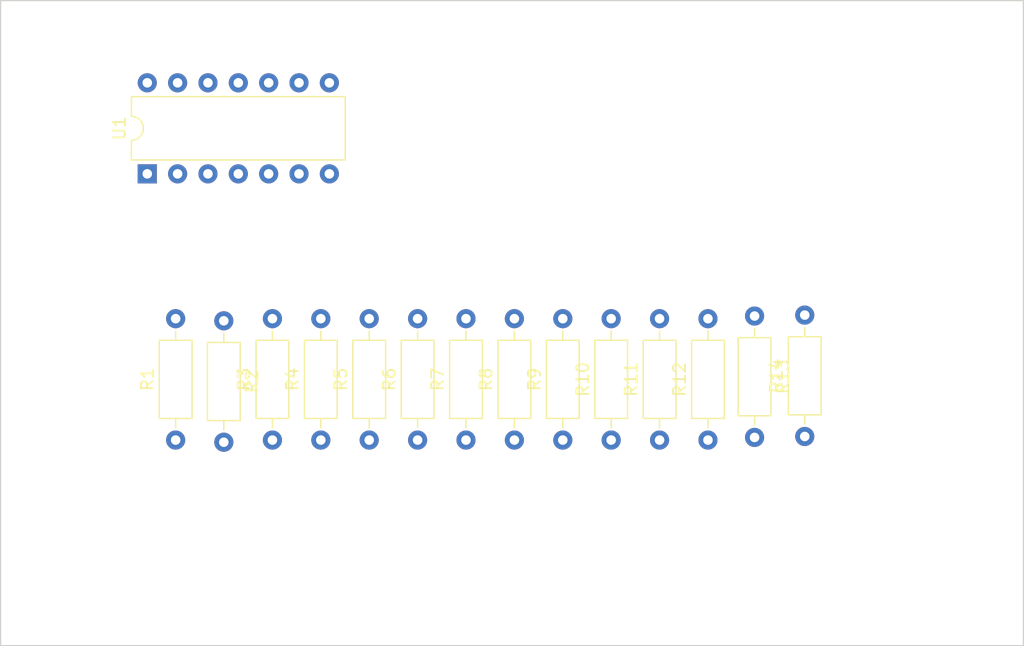
<source format=kicad_pcb>
(kicad_pcb (version 20221018) (generator pcbnew)
  (layers (0 "F.Cu" signal) (31 "B.Cu" signal) (34 "B.Paste" user) (35 "F.Paste" user) (36 "B.SilkS" user "B.Silkscreen") (37 "F.SilkS" user "F.Silkscreen") (38 "B.Mask" user) (39 "F.Mask" user) (44 "Edge.Cuts" user))
  (net 0 "")
  (net 1 "Net-(C1-Pad1)")
  (net 2 "Net-(J1-Pin_1)")
  (net 3 "Net-(J2-Pin_1)")
  (net 4 "Net-(J3-Pin_1)")
  (net 5 "Net-(J4-Pin_1)")
  (net 6 "Net-(J5-Pin_1)")
  (net 7 "Net-(J6-Pin_1)")
  (net 8 "Net-(J7-Pin_1)")
  (net 9 "Net-(J8-Pin_1)")
  (net 10 "Net-(J9-Pin_1)")
  (net 11 "Net-(J10-Pin_1)")
  (net 12 "Net-(J11-Pin_1)")
  (net 13 "Net-(J12-Pin_1)")
  (net 14 "Net-(J13-Pin_1)")
  (net 15 "Net-(J14-Pin_1)")
  (net 16 "Net-(J15-Pin_1)")
  (net 17 "Net-(U1-Pad11)")
  (net 18 "Net-(LS1-Pad1)")
  (net 19 "GND")
  (net 20 "Net-(LS1-Pad2)")
  (net 21 "VCC")
  (footprint "Resistor_THT:R_Axial_DIN0207_L6.3mm_D2.5mm_P10.16mm_Horizontal" (layer "F.Cu") (at 122.75 136.78 90)
    (fp_text reference "R3" (at 5.08 -2.37 90) (layer "F.SilkS"))
    (fp_text value "R")
    (fp_line (start 1.04 0) (end 1.81 0) (stroke (width 0.12)) (layer "F.SilkS"))
    (fp_line (start 1.81 -1.37) (end 1.81 1.37) (stroke (width 0.12)) (layer "F.SilkS"))
    (fp_line (start 1.81 1.37) (end 8.35 1.37) (stroke (width 0.12)) (layer "F.SilkS"))
    (fp_line (start 8.35 -1.37) (end 1.81 -1.37) (stroke (width 0.12)) (layer "F.SilkS"))
    (fp_line (start 8.35 1.37) (end 8.35 -1.37) (stroke (width 0.12)) (layer "F.SilkS"))
    (fp_line (start 9.12 0) (end 8.35 0) (stroke (width 0.12)) (layer "F.SilkS"))
    (pad "1" thru_hole circle (at 0 0 90) (size 1.6 1.6) (drill 0.8) (layers "*.Cu" "*.Mask") (net 3 "Net-(J2-Pin_1)"))
    (pad "2" thru_hole oval (at 10.16 0 90) (size 1.6 1.6) (drill 0.8) (layers "*.Cu" "*.Mask") (net 4 "Net-(J3-Pin_1)"))
  )
  (footprint "Package_DIP:DIP-14_W7.62mm" (layer "F.Cu") (at 112.275 114.5 90)
    (fp_text reference "U1" (at 3.81 -2.33 90) (layer "F.SilkS"))
    (fp_text value "74HC14")
    (fp_line (start 1.16 -1.33) (end 1.16 16.57) (stroke (width 0.12)) (layer "F.SilkS"))
    (fp_line (start 1.16 16.57) (end 6.46 16.57) (stroke (width 0.12)) (layer "F.SilkS"))
    (fp_line (start 2.81 -1.33) (end 1.16 -1.33) (stroke (width 0.12)) (layer "F.SilkS"))
    (fp_line (start 6.46 -1.33) (end 4.81 -1.33) (stroke (width 0.12)) (layer "F.SilkS"))
    (fp_line (start 6.46 16.57) (end 6.46 -1.33) (stroke (width 0.12)) (layer "F.SilkS"))
    (fp_arc (start 4.81 -1.33) (mid 3.81 -0.33) (end 2.81 -1.33) (stroke (width 0.12)) (layer "F.SilkS"))
    (pad "1" thru_hole rect (at 0 0 90) (size 1.6 1.6) (drill 0.8) (layers "*.Cu" "*.Mask") (net 1 "Net-(C1-Pad1)"))
    (pad "2" thru_hole oval (at 0 2.54 90) (size 1.6 1.6) (drill 0.8) (layers "*.Cu" "*.Mask") (net 16 "Net-(J15-Pin_1)"))
    (pad "3" thru_hole oval (at 0 5.08 90) (size 1.6 1.6) (drill 0.8) (layers "*.Cu" "*.Mask") (net 16 "Net-(J15-Pin_1)"))
    (pad "4" thru_hole oval (at 0 7.62 90) (size 1.6 1.6) (drill 0.8) (layers "*.Cu" "*.Mask") (net 17 "Net-(U1-Pad11)"))
    (pad "5" thru_hole oval (at 0 10.16 90) (size 1.6 1.6) (drill 0.8) (layers "*.Cu" "*.Mask") (net 16 "Net-(J15-Pin_1)"))
    (pad "6" thru_hole oval (at 0 12.7 90) (size 1.6 1.6) (drill 0.8) (layers "*.Cu" "*.Mask") (net 18 "Net-(LS1-Pad1)"))
    (pad "7" thru_hole oval (at 0 15.24 90) (size 1.6 1.6) (drill 0.8) (layers "*.Cu" "*.Mask") (net 19 "GND"))
    (pad "8" thru_hole oval (at 7.62 15.24 90) (size 1.6 1.6) (drill 0.8) (layers "*.Cu" "*.Mask") (net 18 "Net-(LS1-Pad1)"))
    (pad "9" thru_hole oval (at 7.62 12.7 90) (size 1.6 1.6) (drill 0.8) (layers "*.Cu" "*.Mask") (net 16 "Net-(J15-Pin_1)"))
    (pad "10" thru_hole oval (at 7.62 10.16 90) (size 1.6 1.6) (drill 0.8) (layers "*.Cu" "*.Mask") (net 20 "Net-(LS1-Pad2)"))
    (pad "11" thru_hole oval (at 7.62 7.62 90) (size 1.6 1.6) (drill 0.8) (layers "*.Cu" "*.Mask") (net 17 "Net-(U1-Pad11)"))
    (pad "12" thru_hole oval (at 7.62 5.08 90) (size 1.6 1.6) (drill 0.8) (layers "*.Cu" "*.Mask") (net 20 "Net-(LS1-Pad2)"))
    (pad "13" thru_hole oval (at 7.62 2.54 90) (size 1.6 1.6) (drill 0.8) (layers "*.Cu" "*.Mask") (net 17 "Net-(U1-Pad11)"))
    (pad "14" thru_hole oval (at 7.62 0 90) (size 1.6 1.6) (drill 0.8) (layers "*.Cu" "*.Mask") (net 21 "VCC"))
  )
  (footprint "Resistor_THT:R_Axial_DIN0207_L6.3mm_D2.5mm_P10.16mm_Horizontal" (layer "F.Cu") (at 159.2 136.78 90)
    (fp_text reference "R12" (at 5.08 -2.37 90) (layer "F.SilkS"))
    (fp_text value "R")
    (fp_line (start 1.04 0) (end 1.81 0) (stroke (width 0.12)) (layer "F.SilkS"))
    (fp_line (start 1.81 -1.37) (end 1.81 1.37) (stroke (width 0.12)) (layer "F.SilkS"))
    (fp_line (start 1.81 1.37) (end 8.35 1.37) (stroke (width 0.12)) (layer "F.SilkS"))
    (fp_line (start 8.35 -1.37) (end 1.81 -1.37) (stroke (width 0.12)) (layer "F.SilkS"))
    (fp_line (start 8.35 1.37) (end 8.35 -1.37) (stroke (width 0.12)) (layer "F.SilkS"))
    (fp_line (start 9.12 0) (end 8.35 0) (stroke (width 0.12)) (layer "F.SilkS"))
    (pad "1" thru_hole circle (at 0 0 90) (size 1.6 1.6) (drill 0.8) (layers "*.Cu" "*.Mask") (net 12 "Net-(J11-Pin_1)"))
    (pad "2" thru_hole oval (at 10.16 0 90) (size 1.6 1.6) (drill 0.8) (layers "*.Cu" "*.Mask") (net 13 "Net-(J12-Pin_1)"))
  )
  (footprint "Resistor_THT:R_Axial_DIN0207_L6.3mm_D2.5mm_P10.16mm_Horizontal" (layer "F.Cu") (at 114.65 136.78 90)
    (fp_text reference "R1" (at 5.08 -2.37 90) (layer "F.SilkS"))
    (fp_text value "R")
    (fp_line (start 1.04 0) (end 1.81 0) (stroke (width 0.12)) (layer "F.SilkS"))
    (fp_line (start 1.81 -1.37) (end 1.81 1.37) (stroke (width 0.12)) (layer "F.SilkS"))
    (fp_line (start 1.81 1.37) (end 8.35 1.37) (stroke (width 0.12)) (layer "F.SilkS"))
    (fp_line (start 8.35 -1.37) (end 1.81 -1.37) (stroke (width 0.12)) (layer "F.SilkS"))
    (fp_line (start 8.35 1.37) (end 8.35 -1.37) (stroke (width 0.12)) (layer "F.SilkS"))
    (fp_line (start 9.12 0) (end 8.35 0) (stroke (width 0.12)) (layer "F.SilkS"))
    (pad "1" thru_hole circle (at 0 0 90) (size 1.6 1.6) (drill 0.8) (layers "*.Cu" "*.Mask") (net 1 "Net-(C1-Pad1)"))
    (pad "2" thru_hole oval (at 10.16 0 90) (size 1.6 1.6) (drill 0.8) (layers "*.Cu" "*.Mask") (net 2 "Net-(J1-Pin_1)"))
  )
  (footprint "Resistor_THT:R_Axial_DIN0207_L6.3mm_D2.5mm_P10.16mm_Horizontal" (layer "F.Cu") (at 163.1 126.4 -90)
    (fp_text reference "R13" (at 5.08 -2.37 90) (layer "F.SilkS"))
    (fp_text value "R")
    (fp_line (start 1.04 0) (end 1.81 0) (stroke (width 0.12)) (layer "F.SilkS"))
    (fp_line (start 1.81 -1.37) (end 1.81 1.37) (stroke (width 0.12)) (layer "F.SilkS"))
    (fp_line (start 1.81 1.37) (end 8.35 1.37) (stroke (width 0.12)) (layer "F.SilkS"))
    (fp_line (start 8.35 -1.37) (end 1.81 -1.37) (stroke (width 0.12)) (layer "F.SilkS"))
    (fp_line (start 8.35 1.37) (end 8.35 -1.37) (stroke (width 0.12)) (layer "F.SilkS"))
    (fp_line (start 9.12 0) (end 8.35 0) (stroke (width 0.12)) (layer "F.SilkS"))
    (pad "1" thru_hole circle (at 0 0 270) (size 1.6 1.6) (drill 0.8) (layers "*.Cu" "*.Mask") (net 13 "Net-(J12-Pin_1)"))
    (pad "2" thru_hole oval (at 10.16 0 270) (size 1.6 1.6) (drill 0.8) (layers "*.Cu" "*.Mask") (net 14 "Net-(J13-Pin_1)"))
  )
  (footprint "Resistor_THT:R_Axial_DIN0207_L6.3mm_D2.5mm_P10.16mm_Horizontal" (layer "F.Cu") (at 134.9 136.78 90)
    (fp_text reference "R6" (at 5.08 -2.37 90) (layer "F.SilkS"))
    (fp_text value "R")
    (fp_line (start 1.04 0) (end 1.81 0) (stroke (width 0.12)) (layer "F.SilkS"))
    (fp_line (start 1.81 -1.37) (end 1.81 1.37) (stroke (width 0.12)) (layer "F.SilkS"))
    (fp_line (start 1.81 1.37) (end 8.35 1.37) (stroke (width 0.12)) (layer "F.SilkS"))
    (fp_line (start 8.35 -1.37) (end 1.81 -1.37) (stroke (width 0.12)) (layer "F.SilkS"))
    (fp_line (start 8.35 1.37) (end 8.35 -1.37) (stroke (width 0.12)) (layer "F.SilkS"))
    (fp_line (start 9.12 0) (end 8.35 0) (stroke (width 0.12)) (layer "F.SilkS"))
    (pad "1" thru_hole circle (at 0 0 90) (size 1.6 1.6) (drill 0.8) (layers "*.Cu" "*.Mask") (net 6 "Net-(J5-Pin_1)"))
    (pad "2" thru_hole oval (at 10.16 0 90) (size 1.6 1.6) (drill 0.8) (layers "*.Cu" "*.Mask") (net 7 "Net-(J6-Pin_1)"))
  )
  (footprint "Resistor_THT:R_Axial_DIN0207_L6.3mm_D2.5mm_P10.16mm_Horizontal" (layer "F.Cu") (at 126.8 136.78 90)
    (fp_text reference "R4" (at 5.08 -2.37 90) (layer "F.SilkS"))
    (fp_text value "R")
    (fp_line (start 1.04 0) (end 1.81 0) (stroke (width 0.12)) (layer "F.SilkS"))
    (fp_line (start 1.81 -1.37) (end 1.81 1.37) (stroke (width 0.12)) (layer "F.SilkS"))
    (fp_line (start 1.81 1.37) (end 8.35 1.37) (stroke (width 0.12)) (layer "F.SilkS"))
    (fp_line (start 8.35 -1.37) (end 1.81 -1.37) (stroke (width 0.12)) (layer "F.SilkS"))
    (fp_line (start 8.35 1.37) (end 8.35 -1.37) (stroke (width 0.12)) (layer "F.SilkS"))
    (fp_line (start 9.12 0) (end 8.35 0) (stroke (width 0.12)) (layer "F.SilkS"))
    (pad "1" thru_hole circle (at 0 0 90) (size 1.6 1.6) (drill 0.8) (layers "*.Cu" "*.Mask") (net 4 "Net-(J3-Pin_1)"))
    (pad "2" thru_hole oval (at 10.16 0 90) (size 1.6 1.6) (drill 0.8) (layers "*.Cu" "*.Mask") (net 5 "Net-(J4-Pin_1)"))
  )
  (footprint "Resistor_THT:R_Axial_DIN0207_L6.3mm_D2.5mm_P10.16mm_Horizontal" (layer "F.Cu") (at 130.85 136.78 90)
    (fp_text reference "R5" (at 5.08 -2.37 90) (layer "F.SilkS"))
    (fp_text value "R")
    (fp_line (start 1.04 0) (end 1.81 0) (stroke (width 0.12)) (layer "F.SilkS"))
    (fp_line (start 1.81 -1.37) (end 1.81 1.37) (stroke (width 0.12)) (layer "F.SilkS"))
    (fp_line (start 1.81 1.37) (end 8.35 1.37) (stroke (width 0.12)) (layer "F.SilkS"))
    (fp_line (start 8.35 -1.37) (end 1.81 -1.37) (stroke (width 0.12)) (layer "F.SilkS"))
    (fp_line (start 8.35 1.37) (end 8.35 -1.37) (stroke (width 0.12)) (layer "F.SilkS"))
    (fp_line (start 9.12 0) (end 8.35 0) (stroke (width 0.12)) (layer "F.SilkS"))
    (pad "1" thru_hole circle (at 0 0 90) (size 1.6 1.6) (drill 0.8) (layers "*.Cu" "*.Mask") (net 5 "Net-(J4-Pin_1)"))
    (pad "2" thru_hole oval (at 10.16 0 90) (size 1.6 1.6) (drill 0.8) (layers "*.Cu" "*.Mask") (net 6 "Net-(J5-Pin_1)"))
  )
  (footprint "Resistor_THT:R_Axial_DIN0207_L6.3mm_D2.5mm_P10.16mm_Horizontal" (layer "F.Cu") (at 147.05 136.78 90)
    (fp_text reference "R9" (at 5.08 -2.37 90) (layer "F.SilkS"))
    (fp_text value "R")
    (fp_line (start 1.04 0) (end 1.81 0) (stroke (width 0.12)) (layer "F.SilkS"))
    (fp_line (start 1.81 -1.37) (end 1.81 1.37) (stroke (width 0.12)) (layer "F.SilkS"))
    (fp_line (start 1.81 1.37) (end 8.35 1.37) (stroke (width 0.12)) (layer "F.SilkS"))
    (fp_line (start 8.35 -1.37) (end 1.81 -1.37) (stroke (width 0.12)) (layer "F.SilkS"))
    (fp_line (start 8.35 1.37) (end 8.35 -1.37) (stroke (width 0.12)) (layer "F.SilkS"))
    (fp_line (start 9.12 0) (end 8.35 0) (stroke (width 0.12)) (layer "F.SilkS"))
    (pad "1" thru_hole circle (at 0 0 90) (size 1.6 1.6) (drill 0.8) (layers "*.Cu" "*.Mask") (net 9 "Net-(J8-Pin_1)"))
    (pad "2" thru_hole oval (at 10.16 0 90) (size 1.6 1.6) (drill 0.8) (layers "*.Cu" "*.Mask") (net 10 "Net-(J9-Pin_1)"))
  )
  (footprint "Resistor_THT:R_Axial_DIN0207_L6.3mm_D2.5mm_P10.16mm_Horizontal" (layer "F.Cu") (at 118.68 126.8 -90)
    (fp_text reference "R2" (at 5.08 -2.37 90) (layer "F.SilkS"))
    (fp_text value "R")
    (fp_line (start 1.04 0) (end 1.81 0) (stroke (width 0.12)) (layer "F.SilkS"))
    (fp_line (start 1.81 -1.37) (end 1.81 1.37) (stroke (width 0.12)) (layer "F.SilkS"))
    (fp_line (start 1.81 1.37) (end 8.35 1.37) (stroke (width 0.12)) (layer "F.SilkS"))
    (fp_line (start 8.35 -1.37) (end 1.81 -1.37) (stroke (width 0.12)) (layer "F.SilkS"))
    (fp_line (start 8.35 1.37) (end 8.35 -1.37) (stroke (width 0.12)) (layer "F.SilkS"))
    (fp_line (start 9.12 0) (end 8.35 0) (stroke (width 0.12)) (layer "F.SilkS"))
    (pad "1" thru_hole circle (at 0 0 270) (size 1.6 1.6) (drill 0.8) (layers "*.Cu" "*.Mask") (net 2 "Net-(J1-Pin_1)"))
    (pad "2" thru_hole oval (at 10.16 0 270) (size 1.6 1.6) (drill 0.8) (layers "*.Cu" "*.Mask") (net 3 "Net-(J2-Pin_1)"))
  )
  (footprint "Resistor_THT:R_Axial_DIN0207_L6.3mm_D2.5mm_P10.16mm_Horizontal" (layer "F.Cu") (at 155.15 136.78 90)
    (fp_text reference "R11" (at 5.08 -2.37 90) (layer "F.SilkS"))
    (fp_text value "R")
    (fp_line (start 1.04 0) (end 1.81 0) (stroke (width 0.12)) (layer "F.SilkS"))
    (fp_line (start 1.81 -1.37) (end 1.81 1.37) (stroke (width 0.12)) (layer "F.SilkS"))
    (fp_line (start 1.81 1.37) (end 8.35 1.37) (stroke (width 0.12)) (layer "F.SilkS"))
    (fp_line (start 8.35 -1.37) (end 1.81 -1.37) (stroke (width 0.12)) (layer "F.SilkS"))
    (fp_line (start 8.35 1.37) (end 8.35 -1.37) (stroke (width 0.12)) (layer "F.SilkS"))
    (fp_line (start 9.12 0) (end 8.35 0) (stroke (width 0.12)) (layer "F.SilkS"))
    (pad "1" thru_hole circle (at 0 0 90) (size 1.6 1.6) (drill 0.8) (layers "*.Cu" "*.Mask") (net 11 "Net-(J10-Pin_1)"))
    (pad "2" thru_hole oval (at 10.16 0 90) (size 1.6 1.6) (drill 0.8) (layers "*.Cu" "*.Mask") (net 12 "Net-(J11-Pin_1)"))
  )
  (footprint "Resistor_THT:R_Axial_DIN0207_L6.3mm_D2.5mm_P10.16mm_Horizontal" (layer "F.Cu") (at 143 136.78 90)
    (fp_text reference "R8" (at 5.08 -2.37 90) (layer "F.SilkS"))
    (fp_text value "R")
    (fp_line (start 1.04 0) (end 1.81 0) (stroke (width 0.12)) (layer "F.SilkS"))
    (fp_line (start 1.81 -1.37) (end 1.81 1.37) (stroke (width 0.12)) (layer "F.SilkS"))
    (fp_line (start 1.81 1.37) (end 8.35 1.37) (stroke (width 0.12)) (layer "F.SilkS"))
    (fp_line (start 8.35 -1.37) (end 1.81 -1.37) (stroke (width 0.12)) (layer "F.SilkS"))
    (fp_line (start 8.35 1.37) (end 8.35 -1.37) (stroke (width 0.12)) (layer "F.SilkS"))
    (fp_line (start 9.12 0) (end 8.35 0) (stroke (width 0.12)) (layer "F.SilkS"))
    (pad "1" thru_hole circle (at 0 0 90) (size 1.6 1.6) (drill 0.8) (layers "*.Cu" "*.Mask") (net 8 "Net-(J7-Pin_1)"))
    (pad "2" thru_hole oval (at 10.16 0 90) (size 1.6 1.6) (drill 0.8) (layers "*.Cu" "*.Mask") (net 9 "Net-(J8-Pin_1)"))
  )
  (footprint "Resistor_THT:R_Axial_DIN0207_L6.3mm_D2.5mm_P10.16mm_Horizontal" (layer "F.Cu") (at 167.3 136.48 90)
    (fp_text reference "R14" (at 5.08 -2.37 90) (layer "F.SilkS"))
    (fp_text value "R")
    (fp_line (start 1.04 0) (end 1.81 0) (stroke (width 0.12)) (layer "F.SilkS"))
    (fp_line (start 1.81 -1.37) (end 1.81 1.37) (stroke (width 0.12)) (layer "F.SilkS"))
    (fp_line (start 1.81 1.37) (end 8.35 1.37) (stroke (width 0.12)) (layer "F.SilkS"))
    (fp_line (start 8.35 -1.37) (end 1.81 -1.37) (stroke (width 0.12)) (layer "F.SilkS"))
    (fp_line (start 8.35 1.37) (end 8.35 -1.37) (stroke (width 0.12)) (layer "F.SilkS"))
    (fp_line (start 9.12 0) (end 8.35 0) (stroke (width 0.12)) (layer "F.SilkS"))
    (pad "1" thru_hole circle (at 0 0 90) (size 1.6 1.6) (drill 0.8) (layers "*.Cu" "*.Mask") (net 14 "Net-(J13-Pin_1)"))
    (pad "2" thru_hole oval (at 10.16 0 90) (size 1.6 1.6) (drill 0.8) (layers "*.Cu" "*.Mask") (net 15 "Net-(J14-Pin_1)"))
  )
  (footprint "Resistor_THT:R_Axial_DIN0207_L6.3mm_D2.5mm_P10.16mm_Horizontal" (layer "F.Cu") (at 138.95 136.78 90)
    (fp_text reference "R7" (at 5.08 -2.37 90) (layer "F.SilkS"))
    (fp_text value "R")
    (fp_line (start 1.04 0) (end 1.81 0) (stroke (width 0.12)) (layer "F.SilkS"))
    (fp_line (start 1.81 -1.37) (end 1.81 1.37) (stroke (width 0.12)) (layer "F.SilkS"))
    (fp_line (start 1.81 1.37) (end 8.35 1.37) (stroke (width 0.12)) (layer "F.SilkS"))
    (fp_line (start 8.35 -1.37) (end 1.81 -1.37) (stroke (width 0.12)) (layer "F.SilkS"))
    (fp_line (start 8.35 1.37) (end 8.35 -1.37) (stroke (width 0.12)) (layer "F.SilkS"))
    (fp_line (start 9.12 0) (end 8.35 0) (stroke (width 0.12)) (layer "F.SilkS"))
    (pad "1" thru_hole circle (at 0 0 90) (size 1.6 1.6) (drill 0.8) (layers "*.Cu" "*.Mask") (net 7 "Net-(J6-Pin_1)"))
    (pad "2" thru_hole oval (at 10.16 0 90) (size 1.6 1.6) (drill 0.8) (layers "*.Cu" "*.Mask") (net 8 "Net-(J7-Pin_1)"))
  )
  (footprint "Resistor_THT:R_Axial_DIN0207_L6.3mm_D2.5mm_P10.16mm_Horizontal" (layer "F.Cu") (at 151.1 136.78 90)
    (fp_text reference "R10" (at 5.08 -2.37 90) (layer "F.SilkS"))
    (fp_text value "R")
    (fp_line (start 1.04 0) (end 1.81 0) (stroke (width 0.12)) (layer "F.SilkS"))
    (fp_line (start 1.81 -1.37) (end 1.81 1.37) (stroke (width 0.12)) (layer "F.SilkS"))
    (fp_line (start 1.81 1.37) (end 8.35 1.37) (stroke (width 0.12)) (layer "F.SilkS"))
    (fp_line (start 8.35 -1.37) (end 1.81 -1.37) (stroke (width 0.12)) (layer "F.SilkS"))
    (fp_line (start 8.35 1.37) (end 8.35 -1.37) (stroke (width 0.12)) (layer "F.SilkS"))
    (fp_line (start 9.12 0) (end 8.35 0) (stroke (width 0.12)) (layer "F.SilkS"))
    (pad "1" thru_hole circle (at 0 0 90) (size 1.6 1.6) (drill 0.8) (layers "*.Cu" "*.Mask") (net 10 "Net-(J9-Pin_1)"))
    (pad "2" thru_hole oval (at 10.16 0 90) (size 1.6 1.6) (drill 0.8) (layers "*.Cu" "*.Mask") (net 11 "Net-(J10-Pin_1)"))
  )
  (gr_rect (start 100 100) (end 185.6 153.98) (stroke (width 0.1)) (fill none) (layer "Edge.Cuts"))
)
</source>
